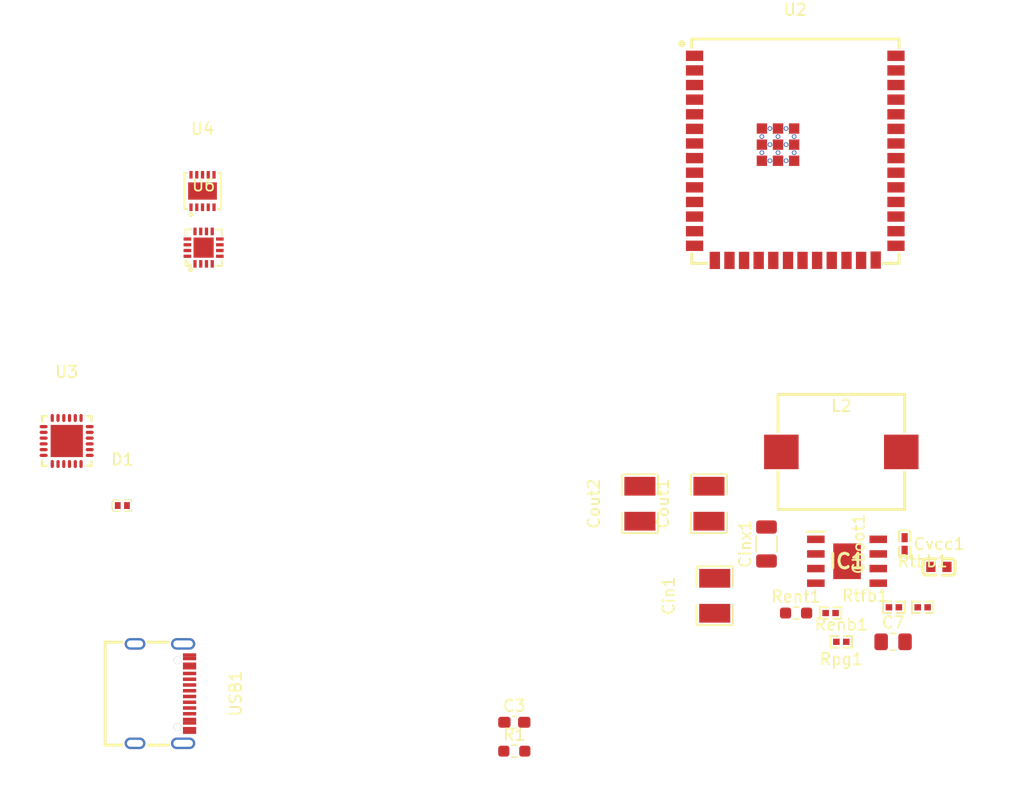
<source format=kicad_pcb>
(kicad_pcb (version 20240108) (generator "pcbnew") (generator_version "8.0")
  (layers (0 "F.Cu" signal) (31 "B.Cu" signal) (34 "B.Paste" user) (35 "F.Paste" user) (36 "B.SilkS" user "B.Silkscreen") (37 "F.SilkS" user "F.Silkscreen") (38 "B.Mask" user) (39 "F.Mask" user) (44 "Edge.Cuts" user))
  (net 0 "")
  (net 1 "Vbus")
  (net 2 "GND")
  (net 3 "Net-(IC1-VCC)")
  (net 4 "Net-(IC1-BOOT)")
  (net 5 "Net-(IC1-SW)")
  (net 6 "3V3")
  (net 9 "Net-(IC1-PG)")
  (net 10 "Net-(IC1-FB)")
  (net 13 "SCL")
  (net 17 "SDA")
  (net 46 "Net-(U4-VIN)")
  (net 47 "CC2")
  (net 49 "DP")
  (net 50 "DN")
  (net 52 "CC1")
  (net 65 "Net-(IC1-EN)")
  (footprint "easyeda2kicad:C0402" (layer "F.Cu") (at 116 70 90)
    (property "Reference" "Cboot1" (at 0 -4 270) (layer "F.SilkS"))
    (property "Value" "GRM155R71A104KA01D")
    (fp_line (start 1.02 -0.5) (end 0.23 -0.5) (stroke (width 0.15)) (layer "F.SilkS"))
    (fp_line (start -1.02 -0.5) (end -0.23 -0.5) (stroke (width 0.15)) (layer "F.SilkS"))
    (fp_line (start 1.17 0.35) (end 1.17 -0.35) (stroke (width 0.15)) (layer "F.SilkS"))
    (fp_line (start -1.17 0.35) (end -1.17 -0.35) (stroke (width 0.15)) (layer "F.SilkS"))
    (fp_line (start 0.23 0.5) (end 1.02 0.5) (stroke (width 0.15)) (layer "F.SilkS"))
    (fp_line (start -0.23 0.5) (end -1.02 0.5) (stroke (width 0.15)) (layer "F.SilkS"))
    (fp_arc (start 1.02 -0.5) (mid 1.126066 -0.456066) (end 1.17 -0.35) (stroke (width 0.15)) (layer "F.SilkS"))
    (fp_arc (start -1.17 -0.35) (mid -1.126066 -0.456066) (end -1.02 -0.5) (stroke (width 0.15)) (layer "F.SilkS"))
    (fp_arc (start 1.17 0.35) (mid 1.126066 0.456066) (end 1.02 0.5) (stroke (width 0.15)) (layer "F.SilkS"))
    (fp_arc (start -1.02 0.5) (mid -1.126066 0.456066) (end -1.17 0.35) (stroke (width 0.15)) (layer "F.SilkS"))
    (pad "1" smd rect (at -0.55 0 90) (size 0.79 0.54) (layers "F.Cu" "F.Paste" "F.Mask") (net 5 "Net-(IC1-SW)"))
    (pad "2" smd rect (at 0.55 0 90) (size 0.79 0.54) (layers "F.Cu" "F.Paste" "F.Mask") (net 4 "Net-(IC1-BOOT)"))
  )
  (footprint "easyeda2kicad:DFN-10_L3.0-W3.0-P0.50-BL-EP2.5" (layer "F.Cu") (at 54.995 39.33)
    (property "Reference" "U4" (at 0 -5.41 0) (layer "F.SilkS"))
    (property "Value" "HUSB238_002DD")
    (fp_line (start -1.57 -1.58) (end -1.33 -1.58) (stroke (width 0.15)) (layer "F.SilkS"))
    (fp_line (start -1.57 1.57) (end -1.57 -1.58) (stroke (width 0.15)) (layer "F.SilkS"))
    (fp_line (start -1.33 1.57) (end -1.57 1.57) (stroke (width 0.15)) (layer "F.SilkS"))
    (fp_line (start 1.33 1.57) (end 1.58 1.57) (stroke (width 0.15)) (layer "F.SilkS"))
    (fp_line (start 1.58 -1.58) (end 1.33 -1.58) (stroke (width 0.15)) (layer "F.SilkS"))
    (fp_line (start 1.58 1.57) (end 1.58 -1.58) (stroke (width 0.15)) (layer "F.SilkS"))
    (fp_circle (center -1 2.04) (end -0.93 2.04) (stroke (width 0.15)) (fill none) (layer "F.SilkS"))
    (pad "1" smd rect (at -1 1.41) (size 0.28 0.66) (layers "F.Cu" "F.Paste" "F.Mask") (net 46 "Net-(U4-VIN)"))
    (pad "2" smd rect (at -0.5 1.41) (size 0.28 0.66) (layers "F.Cu" "F.Paste" "F.Mask") (net 49 "DP"))
    (pad "3" smd rect (at 0 1.41) (size 0.28 0.66) (layers "F.Cu" "F.Paste" "F.Mask") (net 50 "DN"))
    (pad "4" smd rect (at 0.5 1.41) (size 0.28 0.66) (layers "F.Cu" "F.Paste" "F.Mask") (net 52 "CC1"))
    (pad "5" smd rect (at 1 1.41) (size 0.28 0.66) (layers "F.Cu" "F.Paste" "F.Mask") (net 47 "CC2"))
    (pad "6" smd rect (at 1 -1.41) (size 0.28 0.66) (layers "F.Cu" "F.Paste" "F.Mask") (net 17 "SDA"))
    (pad "7" smd rect (at 0.5 -1.41) (size 0.28 0.66) (layers "F.Cu" "F.Paste" "F.Mask") (net 13 "SCL"))
    (pad "8" smd rect (at 0 -1.41) (size 0.28 0.66) (layers "F.Cu" "F.Paste" "F.Mask"))
    (pad "9" smd rect (at -0.5 -1.41) (size 0.28 0.66) (layers "F.Cu" "F.Paste" "F.Mask"))
    (pad "10" smd rect (at -1 -1.41) (size 0.28 0.66) (layers "F.Cu" "F.Paste" "F.Mask"))
    (pad "11" smd rect (at 0 0) (size 2.5 1.5) (layers "F.Cu" "F.Paste" "F.Mask") (net 2 "GND"))
  )
  (footprint "easyeda2kicad:R0402" (layer "F.Cu") (at 110.5 78.5)
    (property "Reference" "Rpg1" (at 0 1.5 0) (layer "F.SilkS"))
    (property "Value" "CRCW0402100KFKED")
    (fp_line (start -0.94 -0.5) (end -0.23 -0.5) (stroke (width 0.15)) (layer "F.SilkS"))
    (fp_line (start -0.94 0.5) (end -0.94 -0.5) (stroke (width 0.15)) (layer "F.SilkS"))
    (fp_line (start -0.23 0.5) (end -0.94 0.5) (stroke (width 0.15)) (layer "F.SilkS"))
    (fp_line (start 0.23 0.5) (end 0.94 0.5) (stroke (width 0.15)) (layer "F.SilkS"))
    (fp_line (start 0.94 -0.5) (end 0.23 -0.5) (stroke (width 0.15)) (layer "F.SilkS"))
    (fp_line (start 0.94 0.5) (end 0.94 -0.5) (stroke (width 0.15)) (layer "F.SilkS"))
    (pad "1" smd rect (at -0.43 0) (size 0.57 0.54) (layers "F.Cu" "F.Paste" "F.Mask") (net 9 "Net-(IC1-PG)"))
    (pad "2" smd rect (at 0.43 0) (size 0.57 0.54) (layers "F.Cu" "F.Paste" "F.Mask") (net 6 "3V3"))
  )
  (footprint "easyeda2kicad:IND-SMD_L11.0-W10.0-2" (layer "F.Cu") (at 110.5 62)
    (property "Reference" "L2" (at 0 -4 0) (layer "F.SilkS"))
    (property "Value" "SDR1105-220ML")
    (fp_line (start -5.5 -5) (end 5.5 -5) (stroke (width 0.25)) (layer "F.SilkS"))
    (fp_line (start -5.5 -2.28) (end -5.5 -5) (stroke (width 0.25)) (layer "F.SilkS"))
    (fp_line (start -5.5 -1.73) (end -5.5 -2.36) (stroke (width 0.25)) (layer "F.SilkS"))
    (fp_line (start -5.5 2.28) (end -5.5 1.73) (stroke (width 0.25)) (layer "F.SilkS"))
    (fp_line (start -5.5 5) (end -5.5 2.28) (stroke (width 0.25)) (layer "F.SilkS"))
    (fp_line (start -5.5 5) (end 5.5 5) (stroke (width 0.25)) (layer "F.SilkS"))
    (fp_line (start 5.5 -2.28) (end 5.5 -5) (stroke (width 0.25)) (layer "F.SilkS"))
    (fp_line (start 5.5 -2.28) (end 5.5 -1.73) (stroke (width 0.25)) (layer "F.SilkS"))
    (fp_line (start 5.5 1.73) (end 5.5 2.54) (stroke (width 0.25)) (layer "F.SilkS"))
    (fp_line (start 5.5 5) (end 5.5 2.28) (stroke (width 0.25)) (layer "F.SilkS"))
    (pad "1" smd rect (at -5.21 0 90) (size 3 3) (layers "F.Cu" "F.Paste" "F.Mask") (net 6 "3V3"))
    (pad "2" smd rect (at 5.21 0 270) (size 3 3) (layers "F.Cu" "F.Paste" "F.Mask") (net 5 "Net-(IC1-SW)"))
  )
  (footprint "easyeda2kicad:C0603" (layer "F.Cu") (at 118.98 71.99 180)
    (property "Reference" "Cvcc1" (at -0.02 1.99 180) (layer "F.SilkS"))
    (property "Value" "EMK107B7105KA-T")
    (fp_line (start 1.39 -0.4) (end 1.39 0.4) (stroke (width 0.25)) (layer "F.SilkS"))
    (fp_line (start 0.28 0.71) (end 1.08 0.71) (stroke (width 0.25)) (layer "F.SilkS"))
    (fp_line (start 0.28 -0.71) (end 1.08 -0.71) (stroke (width 0.25)) (layer "F.SilkS"))
    (fp_line (start -0.3 0.7) (end -1.1 0.7) (stroke (width 0.25)) (layer "F.SilkS"))
    (fp_line (start -0.3 -0.72) (end -1.1 -0.72) (stroke (width 0.25)) (layer "F.SilkS"))
    (fp_line (start -1.41 -0.41) (end -1.41 0.39) (stroke (width 0.25)) (layer "F.SilkS"))
    (fp_arc (start 1.39 0.4) (mid 1.299203 0.619203) (end 1.08 0.71) (stroke (width 0.25)) (layer "F.SilkS"))
    (fp_arc (start 1.08 -0.71) (mid 1.299203 -0.619203) (end 1.39 -0.4) (stroke (width 0.25)) (layer "F.SilkS"))
    (fp_arc (start -1.1 0.7) (mid -1.319203 0.609203) (end -1.41 0.39) (stroke (width 0.25)) (layer "F.SilkS"))
    (fp_arc (start -1.41 -0.41) (mid -1.319203 -0.629203) (end -1.1 -0.72) (stroke (width 0.25)) (layer "F.SilkS"))
    (pad "1" smd rect (at -0.7 0 180) (size 0.8 0.9) (layers "F.Cu" "F.Paste" "F.Mask") (net 2 "GND"))
    (pad "2" smd rect (at 0.7 0 180) (size 0.8 0.9) (layers "F.Cu" "F.Paste" "F.Mask") (net 3 "Net-(IC1-VCC)"))
  )
  (footprint "Capacitor_SMD:C_0603_1608Metric_Pad1.08x0.95mm_HandSolder" (layer "F.Cu") (at 82.0875 85.49)
    (property "Reference" "C3" (at 0 -1.43 0) (layer "F.SilkS"))
    (property "Value" "105K50V")
    (fp_line (start -0.146267 -0.51) (end 0.146267 -0.51) (stroke (width 0.12)) (layer "F.SilkS"))
    (fp_line (start -0.146267 0.51) (end 0.146267 0.51) (stroke (width 0.12)) (layer "F.SilkS"))
    (pad "1" smd roundrect (at -0.8625 0) (size 1.075 0.95) (layers "F.Cu" "F.Paste" "F.Mask") (net 46 "Net-(U4-VIN)"))
    (pad "2" smd roundrect (at 0.8625 0) (size 1.075 0.95) (layers "F.Cu" "F.Paste" "F.Mask") (net 2 "GND"))
  )
  (footprint "easyeda2kicad:USB-C-SMD_XUNPU_TYPEC-304A-ACP16W" (layer "F.Cu") (at 51.5 83 -90)
    (property "Reference" "USB1" (at 0 -6.37 90) (layer "F.SilkS"))
    (property "Value" "TYPEC-304A-ACP16G")
    (fp_line (start -4.47 4.97) (end 4.47 4.97) (stroke (width 0.25)) (layer "F.SilkS"))
    (fp_line (start -4.47 4.97) (end -4.47 3.49) (stroke (width 0.25)) (layer "F.SilkS"))
    (fp_line (start 4.47 4.97) (end 4.47 3.49) (stroke (width 0.25)) (layer "F.SilkS"))
    (fp_line (start -4.47 1.26) (end -4.47 -0.54) (stroke (width 0.25)) (layer "F.SilkS"))
    (fp_line (start 4.47 1.26) (end 4.47 -0.54) (stroke (width 0.25)) (layer "F.SilkS"))
    (pad "" thru_hole circle (at -2.89 -1.31 270) (size 0.65 0.65) (drill 0.65) (layers "*.Cu" "*.Mask"))
    (pad "" thru_hole circle (at 2.89 -1.31 270) (size 0.65 0.65) (drill 0.65) (layers "*.Cu" "*.Mask"))
    (pad "25" thru_hole oval (at 4.32 -1.81 270) (size 1 2.1) (drill oval 0.599999 1.699997) (layers "*.Cu" "*.Mask") (net 2 "GND"))
    (pad "26" thru_hole oval (at 4.32 2.37 270) (size 1 1.8) (drill oval 0.599999 1.400023) (layers "*.Cu" "*.Mask") (net 2 "GND"))
    (pad "27" thru_hole oval (at -4.32 2.37 270) (size 1 1.8) (drill oval 0.599999 1.400023) (layers "*.Cu" "*.Mask") (net 2 "GND"))
    (pad "28" thru_hole oval (at -4.32 -1.81 270) (size 1 2.1) (drill oval 0.599999 1.699997) (layers "*.Cu" "*.Mask") (net 2 "GND"))
    (pad "A1" smd rect (at -3.35 -2.37 270) (size 0.3 1.15) (layers "F.Cu" "F.Paste" "F.Mask") (net 2 "GND"))
    (pad "A4" smd rect (at -2.55 -2.37 270) (size 0.3 1.15) (layers "F.Cu" "F.Paste" "F.Mask") (net 1 "Vbus"))
    (pad "A5" smd rect (at -1.25 -2.37 270) (size 0.3 1.15) (layers "F.Cu" "F.Paste" "F.Mask") (net 52 "CC1"))
    (pad "A6" smd rect (at -0.25 -2.37 270) (size 0.3 1.15) (layers "F.Cu" "F.Paste" "F.Mask") (net 49 "DP"))
    (pad "A7" smd rect (at 0.25 -2.37 270) (size 0.3 1.15) (layers "F.Cu" "F.Paste" "F.Mask") (net 50 "DN"))
    (pad "A8" smd rect (at 1.25 -2.37 270) (size 0.3 1.15) (layers "F.Cu" "F.Paste" "F.Mask"))
    (pad "A9" smd rect (at 2.55 -2.37 270) (size 0.3 1.15) (layers "F.Cu" "F.Paste" "F.Mask") (net 1 "Vbus"))
    (pad "A12" smd rect (at 3.35 -2.37 270) (size 0.3 1.15) (layers "F.Cu" "F.Paste" "F.Mask") (net 2 "GND"))
    (pad "B1" smd rect (at 3.05 -2.37 270) (size 0.3 1.15) (layers "F.Cu" "F.Paste" "F.Mask") (net 2 "GND"))
    (pad "B4" smd rect (at 2.25 -2.37 270) (size 0.3 1.15) (layers "F.Cu" "F.Paste" "F.Mask") (net 1 "Vbus"))
    (pad "B5" smd rect (at 1.75 -2.37 270) (size 0.3 1.15) (layers "F.Cu" "F.Paste" "F.Mask") (net 47 "CC2"))
    (pad "B6" smd rect (at 0.75 -2.37 270) (size 0.3 1.15) (layers "F.Cu" "F.Paste" "F.Mask") (net 49 "DP"))
    (pad "B7" smd rect (at -0.75 -2.37 270) (size 0.3 1.15) (layers "F.Cu" "F.Paste" "F.Mask") (net 50 "DN"))
    (pad "B8" smd rect (at -1.75 -2.37 270) (size 0.3 1.15) (layers "F.Cu" "F.Paste" "F.Mask"))
    (pad "B9" smd rect (at -2.25 -2.37 270) (size 0.3 1.15) (layers "F.Cu" "F.Paste" "F.Mask") (net 1 "Vbus"))
    (pad "B12" smd rect (at -3.05 -2.37 270) (size 0.3 1.15) (layers "F.Cu" "F.Paste" "F.Mask") (net 2 "GND"))
  )
  (footprint "easyeda2kicad:WIRELM-SMD_ESP32-S3-WROOM-1U" (layer "F.Cu") (at 106.5 36.47)
    (property "Reference" "U2" (at 0 -12.89 0) (layer "F.SilkS"))
    (property "Value" "ESP32-S3-WROOM-1U-N16R8")
    (fp_line (start -9 -10.35) (end -9 -9.57) (stroke (width 0.25)) (layer "F.SilkS"))
    (fp_line (start -9 -10.35) (end 9.02 -10.35) (stroke (width 0.25)) (layer "F.SilkS"))
    (fp_line (start -9 8.3) (end -9 9.15) (stroke (width 0.25)) (layer "F.SilkS"))
    (fp_line (start -9 9.15) (end -7.67 9.15) (stroke (width 0.25)) (layer "F.SilkS"))
    (fp_line (start 7.67 9.15) (end 9.02 9.15) (stroke (width 0.25)) (layer "F.SilkS"))
    (fp_line (start 9.02 -9.57) (end 9.02 -10.35) (stroke (width 0.25)) (layer "F.SilkS"))
    (fp_line (start 9.02 9.15) (end 9.02 8.3) (stroke (width 0.25)) (layer "F.SilkS"))
    (fp_circle (center -9.86 -9.95) (end -9.68 -9.95) (stroke (width 0.25)) (fill none) (layer "F.SilkS"))
    (pad "" thru_hole circle (at -2.9 -1.87) (size 0.4 0.4) (drill 0.25) (layers "*.Cu" "*.Paste" "*.Mask"))
    (pad "" thru_hole circle (at -2.9 -0.47) (size 0.4 0.4) (drill 0.25) (layers "*.Cu" "*.Paste" "*.Mask"))
    (pad "" thru_hole circle (at -2.2 -2.57) (size 0.4 0.4) (drill 0.25) (layers "*.Cu" "*.Paste" "*.Mask"))
    (pad "" thru_hole circle (at -2.2 -1.17) (size 0.4 0.4) (drill 0.25) (layers "*.Cu" "*.Paste" "*.Mask"))
    (pad "" thru_hole circle (at -2.2 0.23) (size 0.4 0.4) (drill 0.25) (layers "*.Cu" "*.Paste" "*.Mask"))
    (pad "" thru_hole circle (at -1.5 -1.87) (size 0.4 0.4) (drill 0.25) (layers "*.Cu" "*.Paste" "*.Mask"))
    (pad "" thru_hole circle (at -1.5 -0.47) (size 0.4 0.4) (drill 0.25) (layers "*.Cu" "*.Paste" "*.Mask"))
    (pad "" thru_hole circle (at -0.8 -2.57) (size 0.4 0.4) (drill 0.25) (layers "*.Cu" "*.Paste" "*.Mask"))
    (pad "" thru_hole circle (at -0.8 -1.17) (size 0.4 0.4) (drill 0.25) (layers "*.Cu" "*.Paste" "*.Mask"))
    (pad "" thru_hole circle (at -0.8 0.23) (size 0.4 0.4) (drill 0.25) (layers "*.Cu" "*.Paste" "*.Mask"))
    (pad "" thru_hole circle (at -0.1 -1.87) (size 0.4 0.4) (drill 0.25) (layers "*.Cu" "*.Paste" "*.Mask"))
    (pad "" thru_hole circle (at -0.1 -0.47) (size 0.4 0.4) (drill 0.25) (layers "*.Cu" "*.Paste" "*.Mask"))
    (pad "1" smd rect (at -8.75 -8.89) (size 1.5 0.9) (layers "F.Cu" "F.Paste" "F.Mask"))
    (pad "2" smd rect (at -8.75 -7.62) (size 1.5 0.9) (layers "F.Cu" "F.Paste" "F.Mask"))
    (pad "3" smd rect (at -8.75 -6.35) (size 1.5 0.9) (layers "F.Cu" "F.Paste" "F.Mask") (net 17 "SDA"))
    (pad "4" smd rect (at -8.75 -5.08) (size 1.5 0.9) (layers "F.Cu" "F.Paste" "F.Mask"))
    (pad "5" smd rect (at -8.75 -3.81) (size 1.5 0.9) (layers "F.Cu" "F.Paste" "F.Mask"))
    (pad "6" smd rect (at -8.75 -2.54) (size 1.5 0.9) (layers "F.Cu" "F.Paste" "F.Mask"))
    (pad "7" smd rect (at -8.75 -1.27) (size 1.5 0.9) (layers "F.Cu" "F.Paste" "F.Mask"))
    (pad "8" smd rect (at -8.75 0) (size 1.5 0.9) (layers "F.Cu" "F.Paste" "F.Mask"))
    (pad "9" smd rect (at -8.75 1.27) (size 1.5 0.9) (layers "F.Cu" "F.Paste" "F.Mask"))
    (pad "10" smd rect (at -8.75 2.54) (size 1.5 0.9) (layers "F.Cu" "F.Paste" "F.Mask") (net 13 "SCL"))
    (pad "11" smd rect (at -8.75 3.81) (size 1.5 0.9) (layers "F.Cu" "F.Paste" "F.Mask") (net 6 "3V3"))
    (pad "12" smd rect (at -8.75 5.08) (size 1.5 0.9) (layers "F.Cu" "F.Paste" "F.Mask") (net 2 "GND"))
    (pad "13" smd rect (at -8.75 6.35) (size 1.5 0.9) (layers "F.Cu" "F.Paste" "F.Mask"))
    (pad "14" smd rect (at -8.75 7.62) (size 1.5 0.9) (layers "F.Cu" "F.Paste" "F.Mask"))
    (pad "15" smd rect (at -6.99 8.89 90) (size 1.5 0.9) (layers "F.Cu" "F.Paste" "F.Mask"))
    (pad "16" smd rect (at -5.72 8.89 90) (size 1.5 0.9) (layers "F.Cu" "F.Paste" "F.Mask"))
    (pad "17" smd rect (at -4.45 8.89 90) (size 1.5 0.9) (layers "F.Cu" "F.Paste" "F.Mask"))
    (pad "18" smd rect (at -3.18 8.89 90) (size 1.5 0.9) (layers "F.Cu" "F.Paste" "F.Mask"))
    (pad "19" smd rect (at -1.91 8.89 90) (size 1.5 0.9) (layers "F.Cu" "F.Paste" "F.Mask"))
    (pad "20" smd rect (at -0.63 8.89 90) (size 1.5 0.9) (layers "F.Cu" "F.Paste" "F.Mask"))
    (pad "21" smd rect (at 0.63 8.89 90) (size 1.5 0.9) (layers "F.Cu" "F.Paste" "F.Mask"))
    (pad "22" smd rect (at 1.9 8.89 90) (size 1.5 0.9) (layers "F.Cu" "F.Paste" "F.Mask"))
    (pad "23" smd rect (at 3.17 8.89 90) (size 1.5 0.9) (layers "F.Cu" "F.Paste" "F.Mask"))
    (pad "24" smd rect (at 4.45 8.89 90) (size 1.5 0.9) (layers "F.Cu" "F.Paste" "F.Mask"))
    (pad "25" smd rect (at 5.72 8.89 90) (size 1.5 0.9) (layers "F.Cu" "F.Paste" "F.Mask"))
    (pad "26" smd rect (at 6.99 8.86 90) (size 1.5 0.9) (layers "F.Cu" "F.Paste" "F.Mask"))
    (pad "27" smd rect (at 8.75 7.62 180) (size 1.5 0.9) (layers "F.Cu" "F.Paste" "F.Mask"))
    (pad "28" smd rect (at 8.75 6.35 180) (size 1.5 0.9) (layers "F.Cu" "F.Paste" "F.Mask"))
    (pad "29" smd rect (at 8.75 5.08 180) (size 1.5 0.9) (layers "F.Cu" "F.Paste" "F.Mask"))
    (pad "30" smd rect (at 8.75 3.81 180) (size 1.5 0.9) (layers "F.Cu" "F.Paste" "F.Mask"))
    (pad "31" smd rect (at 8.75 2.54 180) (size 1.5 0.9) (layers "F.Cu" "F.Paste" "F.Mask"))
    (pad "32" smd rect (at 8.75 1.27 180) (size 1.5 0.9) (layers "F.Cu" "F.Paste" "F.Mask"))
    (pad "33" smd rect (at 8.75 0 180) (size 1.5 0.9) (layers "F.Cu" "F.Paste" "F.Mask"))
    (pad "34" smd rect (at 8.75 -1.27 180) (size 1.5 0.9) (layers "F.Cu" "F.Paste" "F.Mask"))
    (pad "35" smd rect (at 8.75 -2.54 180) (size 1.5 0.9) (layers "F.Cu" "F.Paste" "F.Mask"))
    (pad "36" smd rect (at 8.75 -3.81 180) (size 1.5 0.9) (layers "F.Cu" "F.Paste" "F.Mask"))
    (pad "37" smd rect (at 8.75 -5.08 180) (size 1.5 0.9) (layers "F.Cu" "F.Paste" "F.Mask"))
    (pad "38" smd rect (at 8.75 -6.35 180) (size 1.5 0.9) (layers "F.Cu" "F.Paste" "F.Mask"))
    (pad "39" smd rect (at 8.75 -7.62 180) (size 1.5 0.9) (layers "F.Cu" "F.Paste" "F.Mask"))
    (pad "40" smd rect (at 8.75 -8.89 180) (size 1.5 0.9) (layers "F.Cu" "F.Paste" "F.Mask"))
    (pad "41" smd rect (at -2.9 -2.57 90) (size 0.9 0.9) (layers "F.Cu" "F.Paste" "F.Mask"))
    (pad "41" smd rect (at -2.9 -1.17 90) (size 0.9 0.9) (layers "F.Cu" "F.Paste" "F.Mask"))
    (pad "41" smd rect (at -2.9 0.23 90) (size 0.9 0.9) (layers "F.Cu" "F.Paste" "F.Mask"))
    (pad "41" smd rect (at -1.5 -2.57 90) (size 0.9 0.9) (layers "F.Cu" "F.Paste" "F.Mask"))
    (pad "41" smd rect (at -1.5 -1.17 90) (size 0.9 0.9) (layers "F.Cu" "F.Paste" "F.Mask"))
    (pad "41" smd rect (at -1.5 0.23 90) (size 0.9 0.9) (layers "F.Cu" "F.Paste" "F.Mask"))
    (pad "41" smd rect (at -0.1 -2.57 90) (size 0.9 0.9) (layers "F.Cu" "F.Paste" "F.Mask"))
    (pad "41" smd rect (at -0.1 -1.17 90) (size 0.9 0.9) (layers "F.Cu" "F.Paste" "F.Mask"))
    (pad "41" smd rect (at -0.1 0.23 90) (size 0.9 0.9) (layers "F.Cu" "F.Paste" "F.Mask"))
  )
  (footprint "easyeda2kicad:R0402" (layer "F.Cu") (at 117.57 75.5)
    (property "Reference" "Rtbb1" (at 0 -4 0) (layer "F.SilkS"))
    (property "Value" "CRCW040243K2FKED")
    (fp_line (start -0.94 -0.5) (end -0.23 -0.5) (stroke (width 0.15)) (layer "F.SilkS"))
    (fp_line (start -0.94 0.5) (end -0.94 -0.5) (stroke (width 0.15)) (layer "F.SilkS"))
    (fp_line (start -0.23 0.5) (end -0.94 0.5) (stroke (width 0.15)) (layer "F.SilkS"))
    (fp_line (start 0.23 0.5) (end 0.94 0.5) (stroke (width 0.15)) (layer "F.SilkS"))
    (fp_line (start 0.94 -0.5) (end 0.23 -0.5) (stroke (width 0.15)) (layer "F.SilkS"))
    (fp_line (start 0.94 0.5) (end 0.94 -0.5) (stroke (width 0.15)) (layer "F.SilkS"))
    (pad "1" smd rect (at -0.43 0) (size 0.57 0.54) (layers "F.Cu" "F.Paste" "F.Mask") (net 10 "Net-(IC1-FB)"))
    (pad "2" smd rect (at 0.43 0) (size 0.57 0.54) (layers "F.Cu" "F.Paste" "F.Mask") (net 2 "GND"))
  )
  (footprint "easyeda2kicad:QFN-24_L4.0-W4.0-P0.50-BL-EP2.8" (layer "F.Cu") (at 43.19 61.05)
    (property "Reference" "U3" (at 0 -6 0) (layer "F.SilkS"))
    (property "Value" "STUSB4500QTR")
    (fp_line (start -2.14 -2.15) (end -1.74 -2.15) (stroke (width 0.2)) (layer "F.SilkS"))
    (fp_line (start -2.14 -1.75) (end -2.14 -2.15) (stroke (width 0.2)) (layer "F.SilkS"))
    (fp_line (start -2.14 2.15) (end -2.14 1.75) (stroke (width 0.2)) (layer "F.SilkS"))
    (fp_line (start -1.74 2.15) (end -2.14 2.15) (stroke (width 0.2)) (layer "F.SilkS"))
    (fp_line (start 2.16 -2.15) (end 1.76 -2.15) (stroke (width 0.2)) (layer "F.SilkS"))
    (fp_line (start 2.16 -1.75) (end 2.16 -2.15) (stroke (width 0.2)) (layer "F.SilkS"))
    (fp_line (start 2.16 1.75) (end 2.16 2.15) (stroke (width 0.2)) (layer "F.SilkS"))
    (fp_line (start 2.16 2.15) (end 1.76 2.15) (stroke (width 0.2)) (layer "F.SilkS"))
    (pad "1" smd oval (at -1.25 2 180) (size 0.28 0.7) (layers "F.Cu" "F.Paste" "F.Mask"))
    (pad "2" smd oval (at -0.75 2 180) (size 0.28 0.7) (layers "F.Cu" "F.Paste" "F.Mask"))
    (pad "3" smd oval (at -0.25 2 180) (size 0.28 0.7) (layers "F.Cu" "F.Paste" "F.Mask"))
    (pad "4" smd oval (at 0.25 2 180) (size 0.28 0.7) (layers "F.Cu" "F.Paste" "F.Mask"))
    (pad "5" smd oval (at 0.75 2 180) (size 0.28 0.7) (layers "F.Cu" "F.Paste" "F.Mask"))
    (pad "6" smd oval (at 1.25 2 180) (size 0.28 0.7) (layers "F.Cu" "F.Paste" "F.Mask"))
    (pad "7" smd oval (at 2 1.25 90) (size 0.28 0.7) (layers "F.Cu" "F.Paste" "F.Mask"))
    (pad "8" smd oval (at 2 0.75 90) (size 0.28 0.7) (layers "F.Cu" "F.Paste" "F.Mask"))
    (pad "9" smd oval (at 2 0.25 90) (size 0.28 0.7) (layers "F.Cu" "F.Paste" "F.Mask"))
    (pad "10" smd oval (at 2 -0.25 90) (size 0.28 0.7) (layers "F.Cu" "F.Paste" "F.Mask"))
    (pad "11" smd oval (at 2 -0.75 90) (size 0.28 0.7) (layers "F.Cu" "F.Paste" "F.Mask"))
    (pad "12" smd oval (at 2 -1.25 90) (size 0.28 0.7) (layers "F.Cu" "F.Paste" "F.Mask"))
    (pad "13" smd oval (at 1.25 -2 180) (size 0.28 0.7) (layers "F.Cu" "F.Paste" "F.Mask"))
    (pad "14" smd oval (at 0.75 -2 180) (size 0.28 0.7) (layers "F.Cu" "F.Paste" "F.Mask"))
    (pad "15" smd oval (at 0.25 -2 180) (size 0.28 0.7) (layers "F.Cu" "F.Paste" "F.Mask"))
    (pad "16" smd oval (at -0.25 -2 180) (size 0.28 0.7) (layers "F.Cu" "F.Paste" "F.Mask"))
    (pad "17" smd oval (at -0.75 -2 180) (size 0.28 0.7) (layers "F.Cu" "F.Paste" "F.Mask"))
    (pad "18" smd oval (at -1.25 -2 180) (size 0.28 0.7) (layers "F.Cu" "F.Paste" "F.Mask"))
    (pad "19" smd oval (at -2 -1.25 90) (size 0.28 0.7) (layers "F.Cu" "F.Paste" "F.Mask"))
    (pad "20" smd oval (at -2 -0.75 90) (size 0.28 0.7) (layers "F.Cu" "F.Paste" "F.Mask"))
    (pad "21" smd oval (at -2 -0.25 90) (size 0.28 0.7) (layers "F.Cu" "F.Paste" "F.Mask"))
    (pad "22" smd oval (at -2 0.25 90) (size 0.28 0.7) (layers "F.Cu" "F.Paste" "F.Mask"))
    (pad "23" smd oval (at -2 0.75 90) (size 0.28 0.7) (layers "F.Cu" "F.Paste" "F.Mask"))
    (pad "24" smd oval (at -2 1.25 90) (size 0.28 0.7) (layers "F.Cu" "F.Paste" "F.Mask"))
    (pad "25" smd rect (at 0.01 0 90) (size 2.8 2.8) (layers "F.Cu" "F.Paste" "F.Mask"))
  )
  (footprint "Capacitor_SMD:C_1206_3216Metric" (layer "F.Cu") (at 104 70 90)
    (property "Reference" "Cinx1" (at 0 -1.85 270) (layer "F.SilkS"))
    (property "Value" "220n/100V")
    (fp_line (start -0.711252 -0.91) (end 0.711252 -0.91) (stroke (width 0.12)) (layer "F.SilkS"))
    (fp_line (start -0.711252 0.91) (end 0.711252 0.91) (stroke (width 0.12)) (layer "F.SilkS"))
    (pad "1" smd roundrect (at -1.475 0 90) (size 1.15 1.8) (layers "F.Cu" "F.Paste" "F.Mask") (roundrect_rratio 0.2173913043) (net 1 "Vbus"))
    (pad "2" smd roundrect (at 1.475 0 90) (size 1.15 1.8) (layers "F.Cu" "F.Paste" "F.Mask") (roundrect_rratio 0.2173913043) (net 2 "GND"))
  )
  (footprint "easyeda2kicad:C1210" (layer "F.Cu") (at 99.5 74.5 90)
    (property "Reference" "Cin1" (at 0 -4 270) (layer "F.SilkS"))
    (property "Value" "GCM32DC72A475KE02L")
    (fp_line (start 2.41 -1.58) (end 0.78 -1.58) (stroke (width 0.15)) (layer "F.SilkS"))
    (fp_line (start -2.41 -1.58) (end -0.78 -1.58) (stroke (width 0.15)) (layer "F.SilkS"))
    (fp_line (start 2.56 1.43) (end 2.56 -1.43) (stroke (width 0.15)) (layer "F.SilkS"))
    (fp_line (start -2.56 1.43) (end -2.56 -1.43) (stroke (width 0.15)) (layer "F.SilkS"))
    (fp_line (start 0.78 1.58) (end 2.41 1.58) (stroke (width 0.15)) (layer "F.SilkS"))
    (fp_line (start -0.78 1.58) (end -2.41 1.58) (stroke (width 0.15)) (layer "F.SilkS"))
    (fp_arc (start 2.41 -1.58) (mid 2.516066 -1.536066) (end 2.56 -1.43) (stroke (width 0.15)) (layer "F.SilkS"))
    (fp_arc (start -2.56 -1.43) (mid -2.516066 -1.536066) (end -2.41 -1.58) (stroke (width 0.15)) (layer "F.SilkS"))
    (fp_arc (start 2.56 1.43) (mid 2.516066 1.536066) (end 2.41 1.58) (stroke (width 0.15)) (layer "F.SilkS"))
    (fp_arc (start -2.41 1.58) (mid -2.516066 1.536066) (end -2.56 1.43) (stroke (width 0.15)) (layer "F.SilkS"))
    (pad "1" smd rect (at -1.52 0 90) (size 1.63 2.7) (layers "F.Cu" "F.Paste" "F.Mask") (net 1 "Vbus"))
    (pad "2" smd rect (at 1.52 0 90) (size 1.63 2.7) (layers "F.Cu" "F.Paste" "F.Mask") (net 2 "GND"))
  )
  (footprint "easyeda2kicad:C1210" (layer "F.Cu") (at 99 66.5 90)
    (property "Reference" "Cout1" (at 0 -4 270) (layer "F.SilkS"))
    (property "Value" "GRM32ER61C476KE15L")
    (fp_line (start 2.41 -1.58) (end 0.78 -1.58) (stroke (width 0.15)) (layer "F.SilkS"))
    (fp_line (start -2.41 -1.58) (end -0.78 -1.58) (stroke (width 0.15)) (layer "F.SilkS"))
    (fp_line (start 2.56 1.43) (end 2.56 -1.43) (stroke (width 0.15)) (layer "F.SilkS"))
    (fp_line (start -2.56 1.43) (end -2.56 -1.43) (stroke (width 0.15)) (layer "F.SilkS"))
    (fp_line (start 0.78 1.58) (end 2.41 1.58) (stroke (width 0.15)) (layer "F.SilkS"))
    (fp_line (start -0.78 1.58) (end -2.41 1.58) (stroke (width 0.15)) (layer "F.SilkS"))
    (fp_arc (start 2.41 -1.58) (mid 2.516066 -1.536066) (end 2.56 -1.43) (stroke (width 0.15)) (layer "F.SilkS"))
    (fp_arc (start -2.56 -1.43) (mid -2.516066 -1.536066) (end -2.41 -1.58) (stroke (width 0.15)) (layer "F.SilkS"))
    (fp_arc (start 2.56 1.43) (mid 2.516066 1.536066) (end 2.41 1.58) (stroke (width 0.15)) (layer "F.SilkS"))
    (fp_arc (start -2.41 1.58) (mid -2.516066 1.536066) (end -2.56 1.43) (stroke (width 0.15)) (layer "F.SilkS"))
    (pad "1" smd rect (at -1.52 0 90) (size 1.63 2.7) (layers "F.Cu" "F.Paste" "F.Mask") (net 2 "GND"))
    (pad "2" smd rect (at 1.52 0 90) (size 1.63 2.7) (layers "F.Cu" "F.Paste" "F.Mask") (net 6 "3V3"))
  )
  (footprint "easyeda2kicad:C1210" (layer "F.Cu") (at 93 66.5 90)
    (property "Reference" "Cout2" (at 0 -4 270) (layer "F.SilkS"))
    (property "Value" "GRM32ER61C476KE15L")
    (fp_line (start 2.41 -1.58) (end 0.78 -1.58) (stroke (width 0.15)) (layer "F.SilkS"))
    (fp_line (start -2.41 -1.58) (end -0.78 -1.58) (stroke (width 0.15)) (layer "F.SilkS"))
    (fp_line (start 2.56 1.43) (end 2.56 -1.43) (stroke (width 0.15)) (layer "F.SilkS"))
    (fp_line (start -2.56 1.43) (end -2.56 -1.43) (stroke (width 0.15)) (layer "F.SilkS"))
    (fp_line (start 0.78 1.58) (end 2.41 1.58) (stroke (width 0.15)) (layer "F.SilkS"))
    (fp_line (start -0.78 1.58) (end -2.41 1.58) (stroke (width 0.15)) (layer "F.SilkS"))
    (fp_arc (start 2.41 -1.58) (mid 2.516066 -1.536066) (end 2.56 -1.43) (stroke (width 0.15)) (layer "F.SilkS"))
    (fp_arc (start -2.56 -1.43) (mid -2.516066 -1.536066) (end -2.41 -1.58) (stroke (width 0.15)) (layer "F.SilkS"))
    (fp_arc (start 2.56 1.43) (mid 2.516066 1.536066) (end 2.41 1.58) (stroke (width 0.15)) (layer "F.SilkS"))
    (fp_arc (start -2.41 1.58) (mid -2.516066 1.536066) (end -2.56 1.43) (stroke (width 0.15)) (layer "F.SilkS"))
    (pad "1" smd rect (at -1.52 0 90) (size 1.63 2.7) (layers "F.Cu" "F.Paste" "F.Mask") (net 2 "GND"))
    (pad "2" smd rect (at 1.52 0 90) (size 1.63 2.7) (layers "F.Cu" "F.Paste" "F.Mask") (net 6 "3V3"))
  )
  (footprint "easyeda2kicad:DFN1006-2L-RD" (layer "F.Cu") (at 48.03 66.66)
    (property "Reference" "D1" (at 0 -4 0) (layer "F.SilkS"))
    (property "Value" "PESD24VS1UL-N")
    (fp_line (start -0.9 -0.3) (end -0.9 0.3) (stroke (width 0.1)) (layer "F.SilkS"))
    (fp_line (start -0.8 -0.5) (end -0.8 -0.33) (stroke (width 0.1)) (layer "F.SilkS"))
    (fp_line (start -0.8 0.33) (end -0.8 0.5) (stroke (width 0.1)) (layer "F.SilkS"))
    (fp_line (start -0.8 0.5) (end -0.2 0.5) (stroke (width 0.1)) (layer "F.SilkS"))
    (fp_line (start -0.2 -0.5) (end -0.8 -0.5) (stroke (width 0.1)) (layer "F.SilkS"))
    (fp_line (start 0.2 -0.5) (end 0.8 -0.5) (stroke (width 0.1)) (layer "F.SilkS"))
    (fp_line (start 0.8 -0.5) (end 0.8 -0.33) (stroke (width 0.1)) (layer "F.SilkS"))
    (fp_line (start 0.8 0.33) (end 0.8 0.5) (stroke (width 0.1)) (layer "F.SilkS"))
    (fp_line (start 0.8 0.5) (end 0.2 0.5) (stroke (width 0.1)) (layer "F.SilkS"))
    (pad "1" smd rect (at -0.4 0) (size 0.5 0.6) (layers "F.Cu" "F.Paste" "F.Mask"))
    (pad "2" smd rect (at 0.4 0) (size 0.5 0.6) (layers "F.Cu" "F.Paste" "F.Mask"))
  )
  (footprint "Resistor_SMD:R_0603_1608Metric_Pad0.98x0.95mm_HandSolder" (layer "F.Cu") (at 82.0875 88)
    (property "Reference" "R1" (at 0 -1.43 0) (layer "F.SilkS"))
    (property "Value" "10R")
    (fp_line (start -0.254724 -0.5225) (end 0.254724 -0.5225) (stroke (width 0.12)) (layer "F.SilkS"))
    (fp_line (start -0.254724 0.5225) (end 0.254724 0.5225) (stroke (width 0.12)) (layer "F.SilkS"))
    (pad "1" smd roundrect (at -0.9125 0) (size 0.975 0.95) (layers "F.Cu" "F.Paste" "F.Mask") (net 1 "Vbus"))
    (pad "2" smd roundrect (at 0.9125 0) (size 0.975 0.95) (layers "F.Cu" "F.Paste" "F.Mask") (net 46 "Net-(U4-VIN)"))
  )
  (footprint "easyeda2kicad:QFN-16_L3.0-W3.0-P0.50-BL-EP1.7" (layer "F.Cu") (at 55.09 44.25)
    (property "Reference" "U6" (at 0 -5.41 0) (layer "F.SilkS"))
    (property "Value" "HUSB238A")
    (fp_line (start -1.58 -1.58) (end -1.08 -1.58) (stroke (width 0.15)) (layer "F.SilkS"))
    (fp_line (start -1.58 -1.08) (end -1.58 -1.58) (stroke (width 0.15)) (layer "F.SilkS"))
    (fp_line (start -1.58 1.08) (end -1.58 1.58) (stroke (width 0.15)) (layer "F.SilkS"))
    (fp_line (start -1.58 1.58) (end -1.08 1.58) (stroke (width 0.15)) (layer "F.SilkS"))
    (fp_line (start -1.08 1.58) (end -1.58 1.08) (stroke (width 0.15)) (layer "F.SilkS"))
    (fp_line (start 1.58 -1.58) (end 1.08 -1.58) (stroke (width 0.15)) (layer "F.SilkS"))
    (fp_line (start 1.58 -1.08) (end 1.58 -1.58) (stroke (width 0.15)) (layer "F.SilkS"))
    (fp_line (start 1.58 1.08) (end 1.58 1.58) (stroke (width 0.15)) (layer "F.SilkS"))
    (fp_line (start 1.58 1.58) (end 1.08 1.58) (stroke (width 0.15)) (layer "F.SilkS"))
    (fp_circle (center -1.14 1.9) (end -1.07 1.9) (stroke (width 0.15)) (fill none) (layer "F.SilkS"))
    (pad "1" smd rect (at -0.75 1.41) (size 0.28 0.66) (layers "F.Cu" "F.Paste" "F.Mask") (net 49 "DP"))
    (pad "2" smd rect (at -0.25 1.41) (size 0.28 0.66) (layers "F.Cu" "F.Paste" "F.Mask") (net 50 "DN"))
    (pad "3" smd rect (at 0.25 1.41) (size 0.28 0.66) (layers "F.Cu" "F.Paste" "F.Mask") (net 52 "CC1"))
    (pad "4" smd rect (at 0.75 1.41) (size 0.28 0.66) (layers "F.Cu" "F.Paste" "F.Mask") (net 47 "CC2"))
    (pad "5" smd rect (at 1.41 0.75) (size 0.66 0.28) (layers "F.Cu" "F.Paste" "F.Mask"))
    (pad "6" smd rect (at 1.41 0.25) (size 0.66 0.28) (layers "F.Cu" "F.Paste" "F.Mask"))
    (pad "7" smd rect (at 1.41 -0.25) (size 0.66 0.28) (layers "F.Cu" "F.Paste" "F.Mask"))
    (pad "8" smd rect (at 1.41 -0.75) (size 0.66 0.28) (layers "F.Cu" "F.Paste" "F.Mask"))
    (pad "9" smd rect (at 0.75 -1.41) (size 0.28 0.66) (layers "F.Cu" "F.Paste" "F.Mask") (net 17 "SDA"))
    (pad "10" smd rect (at 0.25 -1.41) (size 0.28 0.66) (layers "F.Cu" "F.Paste" "F.Mask") (net 13 "SCL"))
    (pad "11" smd rect (at -0.25 -1.41) (size 0.28 0.66) (layers "F.Cu" "F.Paste" "F.Mask"))
    (pad "12" smd rect (at -0.75 -1.41) (size 0.28 0.66) (layers "F.Cu" "F.Paste" "F.Mask"))
    (pad "13" smd rect (at -1.41 -0.75) (size 0.66 0.28) (layers "F.Cu" "F.Paste" "F.Mask"))
    (pad "14" smd rect (at -1.41 -0.25) (size 0.66 0.28) (layers "F.Cu" "F.Paste" "F.Mask"))
    (pad "15" smd rect (at -1.41 0.25) (size 0.66 0.28) (layers "F.Cu" "F.Paste" "F.Mask"))
    (pad "16" smd rect (at -1.41 0.75) (size 0.66 0.28) (layers "F.Cu" "F.Paste" "F.Mask") (net 46 "Net-(U4-VIN)"))
    (pad "17" smd rect (at 0 0) (size 1.75 1.75) (layers "F.Cu" "F.Paste" "F.Mask") (net 2 "GND"))
  )
  (footprint "Resistor_SMD:R_0603_1608Metric_Pad0.98x0.95mm_HandSolder" (layer "F.Cu") (at 106.57 76)
    (property "Reference" "Rent1" (at 0 -1.43 0) (layer "F.SilkS"))
    (property "Value" "CRCW0402100KFKED")
    (fp_line (start -0.254724 -0.5225) (end 0.254724 -0.5225) (stroke (width 0.12)) (layer "F.SilkS"))
    (fp_line (start -0.254724 0.5225) (end 0.254724 0.5225) (stroke (width 0.12)) (layer "F.SilkS"))
    (pad "1" smd roundrect (at -0.9125 0) (size 0.975 0.95) (layers "F.Cu" "F.Paste" "F.Mask") (net 1 "Vbus"))
    (pad "2" smd roundrect (at 0.9125 0) (size 0.975 0.95) (layers "F.Cu" "F.Paste" "F.Mask") (net 65 "Net-(IC1-EN)"))
  )
  (footprint "SamacSys_Parts:SOIC127P600X170-9N" (layer "F.Cu") (at 111 71.5)
    (property "Reference" "IC1" (at 0 0 0) (layer "F.SilkS") (effects (font (size 1.27 1.27) (thickness 0.254))))
    (property "Value" "LMR36510FADDAR" (hide yes))
    (fp_line (start -3.475 -2.58) (end -1.95 -2.58) (stroke (width 0.2)) (layer "F.SilkS"))
    (pad "1" smd rect (at -2.712 -1.905 90) (size 0.65 1.525) (layers "F.Cu" "F.Paste" "F.Mask") (net 2 "GND"))
    (pad "2" smd rect (at -2.712 -0.635 90) (size 0.65 1.525) (layers "F.Cu" "F.Paste" "F.Mask") (net 1 "Vbus"))
    (pad "3" smd rect (at -2.712 0.635 90) (size 0.65 1.525) (layers "F.Cu" "F.Paste" "F.Mask") (net 65 "Net-(IC1-EN)"))
    (pad "4" smd rect (at -2.712 1.905 90) (size 0.65 1.525) (layers "F.Cu" "F.Paste" "F.Mask") (net 9 "Net-(IC1-PG)"))
    (pad "5" smd rect (at 2.712 1.905 90) (size 0.65 1.525) (layers "F.Cu" "F.Paste" "F.Mask") (net 10 "Net-(IC1-FB)"))
    (pad "6" smd rect (at 2.712 0.635 90) (size 0.65 1.525) (layers "F.Cu" "F.Paste" "F.Mask") (net 3 "Net-(IC1-VCC)"))
    (pad "7" smd rect (at 2.712 -0.635 90) (size 0.65 1.525) (layers "F.Cu" "F.Paste" "F.Mask") (net 4 "Net-(IC1-BOOT)"))
    (pad "8" smd rect (at 2.712 -1.905 90) (size 0.65 1.525) (layers "F.Cu" "F.Paste" "F.Mask") (net 5 "Net-(IC1-SW)"))
    (pad "9" smd rect (at 0 0) (size 2.4 3.1) (layers "F.Cu" "F.Paste" "F.Mask") (net 2 "GND"))
  )
  (footprint "easyeda2kicad:R0402" (layer "F.Cu") (at 115.07 75.5)
    (property "Reference" "Rtfb1" (at -2.5 -1 0) (layer "F.SilkS"))
    (property "Value" "CRCW0402100KFKED")
    (fp_line (start -0.94 -0.5) (end -0.23 -0.5) (stroke (width 0.15)) (layer "F.SilkS"))
    (fp_line (start -0.94 0.5) (end -0.94 -0.5) (stroke (width 0.15)) (layer "F.SilkS"))
    (fp_line (start -0.23 0.5) (end -0.94 0.5) (stroke (width 0.15)) (layer "F.SilkS"))
    (fp_line (start 0.23 0.5) (end 0.94 0.5) (stroke (width 0.15)) (layer "F.SilkS"))
    (fp_line (start 0.94 -0.5) (end 0.23 -0.5) (stroke (width 0.15)) (layer "F.SilkS"))
    (fp_line (start 0.94 0.5) (end 0.94 -0.5) (stroke (width 0.15)) (layer "F.SilkS"))
    (pad "1" smd rect (at -0.43 0) (size 0.57 0.54) (layers "F.Cu" "F.Paste" "F.Mask") (net 6 "3V3"))
    (pad "2" smd rect (at 0.43 0) (size 0.57 0.54) (layers "F.Cu" "F.Paste" "F.Mask") (net 10 "Net-(IC1-FB)"))
  )
  (footprint "Capacitor_SMD:C_0805_2012Metric_Pad1.18x1.45mm_HandSolder" (layer "F.Cu") (at 115 78.5)
    (property "Reference" "C7" (at 0 -1.68 0) (layer "F.SilkS"))
    (property "Value" "22p")
    (fp_line (start -0.261252 -0.735) (end 0.261252 -0.735) (stroke (width 0.12)) (layer "F.SilkS"))
    (fp_line (start -0.261252 0.735) (end 0.261252 0.735) (stroke (width 0.12)) (layer "F.SilkS"))
    (pad "1" smd roundrect (at -1.0375 0) (size 1.175 1.45) (layers "F.Cu" "F.Paste" "F.Mask") (roundrect_rratio 0.2127659574) (net 6 "3V3"))
    (pad "2" smd roundrect (at 1.0375 0) (size 1.175 1.45) (layers "F.Cu" "F.Paste" "F.Mask") (roundrect_rratio 0.2127659574) (net 10 "Net-(IC1-FB)"))
  )
  (footprint "easyeda2kicad:R0402" (layer "F.Cu") (at 109.57 76)
    (property "Reference" "Renb1" (at 0.93 1 0) (layer "F.SilkS"))
    (property "Value" "CRCW0402100KFKED")
    (fp_line (start -0.94 -0.5) (end -0.23 -0.5) (stroke (width 0.15)) (layer "F.SilkS"))
    (fp_line (start -0.94 0.5) (end -0.94 -0.5) (stroke (width 0.15)) (layer "F.SilkS"))
    (fp_line (start -0.23 0.5) (end -0.94 0.5) (stroke (width 0.15)) (layer "F.SilkS"))
    (fp_line (start 0.23 0.5) (end 0.94 0.5) (stroke (width 0.15)) (layer "F.SilkS"))
    (fp_line (start 0.94 -0.5) (end 0.23 -0.5) (stroke (width 0.15)) (layer "F.SilkS"))
    (fp_line (start 0.94 0.5) (end 0.94 -0.5) (stroke (width 0.15)) (layer "F.SilkS"))
    (pad "1" smd rect (at -0.43 0) (size 0.57 0.54) (layers "F.Cu" "F.Paste" "F.Mask") (net 65 "Net-(IC1-EN)"))
    (pad "2" smd rect (at 0.43 0) (size 0.57 0.54) (layers "F.Cu" "F.Paste" "F.Mask") (net 2 "GND"))
  )
)
</source>
